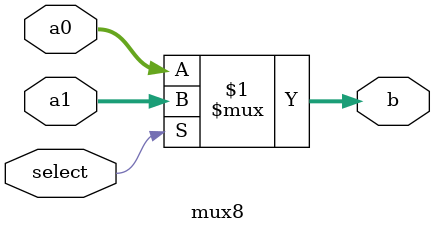
<source format=v>
`timescale 1ns / 1ps
module mux8(
    input select,
    input [7:0] a0,
    input [7:0] a1,
    output wire [7:0] b
    );
	assign b =( select )?  a1 : a0 ;
endmodule

</source>
